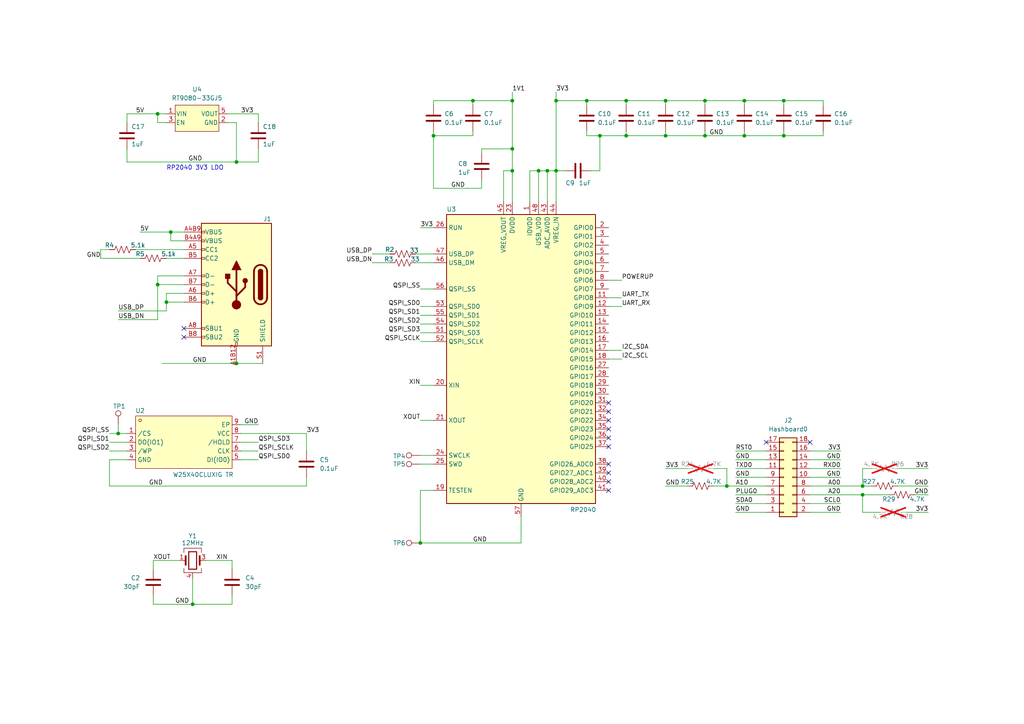
<source format=kicad_sch>
(kicad_sch (version 20231120) (generator "eeschema") (generator_version "8.0")
  (paper "A4")
  (lib_symbols
    (symbol "Connector:TestPoint" (pin_numbers hide) (pin_names (offset 0.762) hide)
      (property "Reference" "TP" (at 0 6.858 0))
      (property "Value" "TestPoint" (at 0 5.08 0))
      (symbol "TestPoint_0_1"
        (circle (center 0 3.302) (radius 0.762))
      )
      (symbol "TestPoint_1_1"
        (pin passive line (at 0 0 90) (length 2.54) (name "1") (number "1"))
      )
    )
    (symbol "Connector_Generic:Conn_02x09_Odd_Even" (pin_names (offset 1.016) hide)
      (property "Reference" "J" (at 1.27 12.7 0))
      (property "Value" "Conn_02x09_Odd_Even" (at 1.27 -12.7 0))
      (symbol "Conn_02x09_Odd_Even_1_1"
        (rectangle (start -1.27 -10.033) (end 0 -10.287) (stroke (width 0.1524)))
        (rectangle (start -1.27 -7.493) (end 0 -7.747) (stroke (width 0.1524)))
        (rectangle (start -1.27 -4.953) (end 0 -5.207) (stroke (width 0.1524)))
        (rectangle (start -1.27 -2.413) (end 0 -2.667) (stroke (width 0.1524)))
        (rectangle (start -1.27 0.127) (end 0 -0.127) (stroke (width 0.1524)))
        (rectangle (start -1.27 2.667) (end 0 2.413) (stroke (width 0.1524)))
        (rectangle (start -1.27 5.207) (end 0 4.953) (stroke (width 0.1524)))
        (rectangle (start -1.27 7.747) (end 0 7.493) (stroke (width 0.1524)))
        (rectangle (start -1.27 10.287) (end 0 10.033) (stroke (width 0.1524)))
        (rectangle (start -1.27 11.43) (end 3.81 -11.43) (stroke (width 0.254)) (fill (type background)))
        (rectangle (start 3.81 -10.033) (end 2.54 -10.287) (stroke (width 0.1524)))
        (rectangle (start 3.81 -7.493) (end 2.54 -7.747) (stroke (width 0.1524)))
        (rectangle (start 3.81 -4.953) (end 2.54 -5.207) (stroke (width 0.1524)))
        (rectangle (start 3.81 -2.413) (end 2.54 -2.667) (stroke (width 0.1524)))
        (rectangle (start 3.81 0.127) (end 2.54 -0.127) (stroke (width 0.1524)))
        (rectangle (start 3.81 2.667) (end 2.54 2.413) (stroke (width 0.1524)))
        (rectangle (start 3.81 5.207) (end 2.54 4.953) (stroke (width 0.1524)))
        (rectangle (start 3.81 7.747) (end 2.54 7.493) (stroke (width 0.1524)))
        (rectangle (start 3.81 10.287) (end 2.54 10.033) (stroke (width 0.1524)))
        (pin passive line (at -5.08 10.16 0) (length 3.81) (name "Pin_1") (number "1"))
        (pin passive line (at 7.62 0 180) (length 3.81) (name "Pin_10") (number "10"))
        (pin passive line (at -5.08 -2.54 0) (length 3.81) (name "Pin_11") (number "11"))
        (pin passive line (at 7.62 -2.54 180) (length 3.81) (name "Pin_12") (number "12"))
        (pin passive line (at -5.08 -5.08 0) (length 3.81) (name "Pin_13") (number "13"))
        (pin passive line (at 7.62 -5.08 180) (length 3.81) (name "Pin_14") (number "14"))
        (pin passive line (at -5.08 -7.62 0) (length 3.81) (name "Pin_15") (number "15"))
        (pin passive line (at 7.62 -7.62 180) (length 3.81) (name "Pin_16") (number "16"))
        (pin passive line (at -5.08 -10.16 0) (length 3.81) (name "Pin_17") (number "17"))
        (pin passive line (at 7.62 -10.16 180) (length 3.81) (name "Pin_18") (number "18"))
        (pin passive line (at 7.62 10.16 180) (length 3.81) (name "Pin_2") (number "2"))
        (pin passive line (at -5.08 7.62 0) (length 3.81) (name "Pin_3") (number "3"))
        (pin passive line (at 7.62 7.62 180) (length 3.81) (name "Pin_4") (number "4"))
        (pin passive line (at -5.08 5.08 0) (length 3.81) (name "Pin_5") (number "5"))
        (pin passive line (at 7.62 5.08 180) (length 3.81) (name "Pin_6") (number "6"))
        (pin passive line (at -5.08 2.54 0) (length 3.81) (name "Pin_7") (number "7"))
        (pin passive line (at 7.62 2.54 180) (length 3.81) (name "Pin_8") (number "8"))
        (pin passive line (at -5.08 0 0) (length 3.81) (name "Pin_9") (number "9"))
      )
    )
    (symbol "Device:C" (pin_numbers hide) (pin_names (offset 0.254))
      (property "Reference" "C" (at 0.635 2.54 0))
      (property "Value" "C" (at 0.635 -2.54 0))
      (symbol "C_0_1"
        (polyline (pts (xy -2.032 -0.762) (xy 2.032 -0.762)) (stroke (width 0.508)))
        (polyline (pts (xy -2.032 0.762) (xy 2.032 0.762)) (stroke (width 0.508)))
      )
      (symbol "C_1_1"
        (pin passive line (at 0 3.81 270) (length 2.794) (name "~") (number "1"))
        (pin passive line (at 0 -3.81 90) (length 2.794) (name "~") (number "2"))
      )
    )
    (symbol "Device:Crystal_GND24_common" (pin_names (offset 1.016) hide)
      (property "Reference" "Y" (at 3.175 5.08 0))
      (property "Value" "Crystal_GND24_common" (at 3.175 3.175 0))
      (symbol "Crystal_GND24_common_0_1"
        (rectangle (start -1.143 2.54) (end 1.143 -2.54) (stroke (width 0.3048)))
        (polyline (pts (xy -2.54 0) (xy -2.032 0)))
        (polyline (pts (xy -2.032 -1.27) (xy -2.032 1.27)) (stroke (width 0.508)))
        (polyline (pts (xy 0 -3.81) (xy 0 -3.556)))
        (polyline (pts (xy 2.032 -1.27) (xy 2.032 1.27)) (stroke (width 0.508)))
        (polyline (pts (xy 2.032 0) (xy 2.54 0)))
        (polyline (pts (xy -2.54 -2.286) (xy -2.54 -3.556) (xy 2.54 -3.556) (xy 2.54 -2.286)))
        (polyline (pts (xy -2.54 2.286) (xy -2.54 3.556) (xy 2.54 3.556) (xy 2.54 2.286)))
      )
      (symbol "Crystal_GND24_common_1_1"
        (pin passive line (at -3.81 0 0) (length 1.27) (name "1") (number "1"))
        (pin passive line (at 0 -5.08 90) (length 1.27) hide (name "2") (number "2"))
        (pin passive line (at 3.81 0 180) (length 1.27) (name "3") (number "3"))
        (pin passive line (at 0 -5.08 90) (length 1.27) (name "4") (number "4"))
      )
    )
    (symbol "Device:R_US" (pin_numbers hide) (pin_names (offset 0))
      (property "Reference" "R" (at 2.54 0 90))
      (property "Value" "R_US" (at -2.54 0 90))
      (symbol "R_US_0_1"
        (polyline (pts (xy 0 -2.286) (xy 0 -2.54)))
        (polyline (pts (xy 0 2.286) (xy 0 2.54)))
        (polyline (pts (xy 0 -0.762) (xy 1.016 -1.143) (xy 0 -1.524) (xy -1.016 -1.905) (xy 0 -2.286)))
        (polyline (pts (xy 0 0.762) (xy 1.016 0.381) (xy 0 0) (xy -1.016 -0.381) (xy 0 -0.762)))
        (polyline (pts (xy 0 2.286) (xy 1.016 1.905) (xy 0 1.524) (xy -1.016 1.143) (xy 0 0.762)))
      )
      (symbol "R_US_1_1"
        (pin passive line (at 0 3.81 270) (length 1.27) (name "~") (number "1"))
        (pin passive line (at 0 -3.81 90) (length 1.27) (name "~") (number "2"))
      )
    )
    (symbol "aditBoard:RP2040"
      (property "Reference" "U3" (at -21.59 43.434 0))
      (property "Value" "RP2040" (at 14.224 -43.688 0))
      (symbol "RP2040_0_1"
        (rectangle (start -21.59 41.91) (end 21.59 -41.91) (stroke (width 0.254)) (fill (type background)))
      )
      (symbol "RP2040_1_1"
        (pin power_in line (at 2.54 45.72 270) (length 3.81) (name "IOVDD") (number "1"))
        (pin passive line (at 2.54 45.72 270) (length 3.81) hide (name "IOVDD") (number "10"))
        (pin bidirectional line (at 25.4 17.78 180) (length 3.81) (name "GPIO8") (number "11"))
        (pin bidirectional line (at 25.4 15.24 180) (length 3.81) (name "GPIO9") (number "12"))
        (pin bidirectional line (at 25.4 12.7 180) (length 3.81) (name "GPIO10") (number "13"))
        (pin bidirectional line (at 25.4 10.16 180) (length 3.81) (name "GPIO11") (number "14"))
        (pin bidirectional line (at 25.4 7.62 180) (length 3.81) (name "GPIO12") (number "15"))
        (pin bidirectional line (at 25.4 5.08 180) (length 3.81) (name "GPIO13") (number "16"))
        (pin bidirectional line (at 25.4 2.54 180) (length 3.81) (name "GPIO14") (number "17"))
        (pin bidirectional line (at 25.4 0 180) (length 3.81) (name "GPIO15") (number "18"))
        (pin input line (at -25.4 -38.1 0) (length 3.81) (name "TESTEN") (number "19"))
        (pin bidirectional line (at 25.4 38.1 180) (length 3.81) (name "GPIO0") (number "2"))
        (pin input line (at -25.4 -7.62 0) (length 3.81) (name "XIN") (number "20"))
        (pin passive line (at -25.4 -17.78 0) (length 3.81) (name "XOUT") (number "21"))
        (pin passive line (at 2.54 45.72 270) (length 3.81) hide (name "IOVDD") (number "22"))
        (pin power_in line (at -2.54 45.72 270) (length 3.81) (name "DVDD") (number "23"))
        (pin output line (at -25.4 -27.94 0) (length 3.81) (name "SWCLK") (number "24"))
        (pin bidirectional line (at -25.4 -30.48 0) (length 3.81) (name "SWD") (number "25"))
        (pin input line (at -25.4 38.1 0) (length 3.81) (name "RUN") (number "26"))
        (pin bidirectional line (at 25.4 -2.54 180) (length 3.81) (name "GPIO16") (number "27"))
        (pin bidirectional line (at 25.4 -5.08 180) (length 3.81) (name "GPIO17") (number "28"))
        (pin bidirectional line (at 25.4 -7.62 180) (length 3.81) (name "GPIO18") (number "29"))
        (pin bidirectional line (at 25.4 35.56 180) (length 3.81) (name "GPIO1") (number "3"))
        (pin bidirectional line (at 25.4 -10.16 180) (length 3.81) (name "GPIO19") (number "30"))
        (pin bidirectional line (at 25.4 -12.7 180) (length 3.81) (name "GPIO20") (number "31"))
        (pin bidirectional line (at 25.4 -15.24 180) (length 3.81) (name "GPIO21") (number "32"))
        (pin passive line (at 2.54 45.72 270) (length 3.81) hide (name "IOVDD") (number "33"))
        (pin bidirectional line (at 25.4 -17.78 180) (length 3.81) (name "GPIO22") (number "34"))
        (pin bidirectional line (at 25.4 -20.32 180) (length 3.81) (name "GPIO23") (number "35"))
        (pin bidirectional line (at 25.4 -22.86 180) (length 3.81) (name "GPIO24") (number "36"))
        (pin bidirectional line (at 25.4 -25.4 180) (length 3.81) (name "GPIO25") (number "37"))
        (pin bidirectional line (at 25.4 -30.48 180) (length 3.81) (name "GPIO26_ADC0") (number "38"))
        (pin bidirectional line (at 25.4 -33.02 180) (length 3.81) (name "GPIO27_ADC1") (number "39"))
        (pin bidirectional line (at 25.4 33.02 180) (length 3.81) (name "GPIO2") (number "4"))
        (pin bidirectional line (at 25.4 -35.56 180) (length 3.81) (name "GPIO28_ADC2") (number "40"))
        (pin bidirectional line (at 25.4 -38.1 180) (length 3.81) (name "GPIO29_ADC3") (number "41"))
        (pin passive line (at 2.54 45.72 270) (length 3.81) hide (name "IOVDD") (number "42"))
        (pin power_in line (at 7.62 45.72 270) (length 3.81) (name "ADC_AVDD") (number "43"))
        (pin power_in line (at 10.16 45.72 270) (length 3.81) (name "VREG_IN") (number "44"))
        (pin power_out line (at -5.08 45.72 270) (length 3.81) (name "VREG_VOUT") (number "45"))
        (pin bidirectional line (at -25.4 27.94 0) (length 3.81) (name "USB_DM") (number "46"))
        (pin bidirectional line (at -25.4 30.48 0) (length 3.81) (name "USB_DP") (number "47"))
        (pin power_in line (at 5.08 45.72 270) (length 3.81) (name "USB_VDD") (number "48"))
        (pin passive line (at 2.54 45.72 270) (length 3.81) hide (name "IOVDD") (number "49"))
        (pin bidirectional line (at 25.4 30.48 180) (length 3.81) (name "GPIO3") (number "5"))
        (pin passive line (at -2.54 45.72 270) (length 3.81) hide (name "DVDD") (number "50"))
        (pin bidirectional line (at -25.4 7.62 0) (length 3.81) (name "QSPI_SD3") (number "51"))
        (pin output line (at -25.4 5.08 0) (length 3.81) (name "QSPI_SCLK") (number "52"))
        (pin bidirectional line (at -25.4 15.24 0) (length 3.81) (name "QSPI_SD0") (number "53"))
        (pin bidirectional line (at -25.4 10.16 0) (length 3.81) (name "QSPI_SD2") (number "54"))
        (pin bidirectional line (at -25.4 12.7 0) (length 3.81) (name "QSPI_SD1") (number "55"))
        (pin bidirectional line (at -25.4 20.32 0) (length 3.81) (name "QSPI_SS") (number "56"))
        (pin power_in line (at 0 -45.72 90) (length 3.81) (name "GND") (number "57"))
        (pin bidirectional line (at 25.4 27.94 180) (length 3.81) (name "GPIO4") (number "6"))
        (pin bidirectional line (at 25.4 25.4 180) (length 3.81) (name "GPIO5") (number "7"))
        (pin bidirectional line (at 25.4 22.86 180) (length 3.81) (name "GPIO6") (number "8"))
        (pin bidirectional line (at 25.4 20.32 180) (length 3.81) (name "GPIO7") (number "9"))
      )
    )
    (symbol "aditBoard:RT9080-33GJ5" (pin_names (offset 0.254))
      (property "Reference" "U4" (at 0 8.382 0))
      (property "Value" "RT9080-33GJ5" (at 0 5.842 0))
      (symbol "RT9080-33GJ5_1_1"
        (rectangle (start -6.35 3.81) (end 6.35 -3.81) (stroke (width 0.1524)) (fill (type background)))
        (pin power_in line (at -8.89 1.27 0) (length 2.54) (name "VIN") (number "1"))
        (pin power_in line (at 8.89 -1.27 180) (length 2.54) (name "GND") (number "2"))
        (pin input line (at -8.89 -1.27 0) (length 2.54) (name "EN") (number "3"))
        (pin no_connect line (at 0 6.35 270) (length 2.54) hide (name "NC") (number "4"))
        (pin output line (at 8.89 1.27 180) (length 2.54) (name "VOUT") (number "5"))
      )
    )
    (symbol "aditBoard:USB_C_Receptacle_USB2.0" (pin_names (offset 1.016))
      (property "Reference" "J1" (at -10.16 19.05 0))
      (symbol "USB_C_Receptacle_USB2.0_0_0"
        (rectangle (start -0.254 -17.78) (end 0.254 -16.764))
        (rectangle (start 9.144 15.494) (end 10.16 14.986))
        (rectangle (start 9.1694 12.9286) (end 10.1854 12.4206))
        (rectangle (start 10.16 -14.986) (end 9.144 -15.494))
        (rectangle (start 10.16 -12.446) (end 9.144 -12.954))
        (rectangle (start 10.16 -4.826) (end 9.144 -5.334))
        (rectangle (start 10.16 -2.286) (end 9.144 -2.794))
        (rectangle (start 10.16 0.254) (end 9.144 -0.254))
        (rectangle (start 10.16 2.794) (end 9.144 2.286))
        (rectangle (start 10.16 7.874) (end 9.144 7.366))
        (rectangle (start 10.16 10.414) (end 9.144 9.906))
      )
      (symbol "USB_C_Receptacle_USB2.0_0_1"
        (rectangle (start -10.16 17.78) (end 10.16 -17.78) (stroke (width 0.254)) (fill (type background)))
        (arc (start -8.89 -3.81) (mid -6.985 -5.7067) (end -5.08 -3.81) (stroke (width 0.508)))
        (arc (start -7.62 -3.81) (mid -6.985 -4.4423) (end -6.35 -3.81) (stroke (width 0.254)))
        (arc (start -7.62 -3.81) (mid -6.985 -4.4423) (end -6.35 -3.81) (stroke (width 0.254)) (fill (type outline)))
        (rectangle (start -7.62 -3.81) (end -6.35 3.81) (stroke (width 0.254)) (fill (type outline)))
        (arc (start -6.35 3.81) (mid -6.985 4.4423) (end -7.62 3.81) (stroke (width 0.254)))
        (arc (start -6.35 3.81) (mid -6.985 4.4423) (end -7.62 3.81) (stroke (width 0.254)) (fill (type outline)))
        (arc (start -5.08 3.81) (mid -6.985 5.7067) (end -8.89 3.81) (stroke (width 0.508)))
        (circle (center -2.54 1.143) (radius 0.635) (stroke (width 0.254)) (fill (type outline)))
        (circle (center 0 -5.842) (radius 1.27) (fill (type outline)))
        (polyline (pts (xy -8.89 -3.81) (xy -8.89 3.81)) (stroke (width 0.508)))
        (polyline (pts (xy -5.08 3.81) (xy -5.08 -3.81)) (stroke (width 0.508)))
        (polyline (pts (xy 0 -5.842) (xy 0 4.318)) (stroke (width 0.508)))
        (polyline (pts (xy 0 -3.302) (xy -2.54 -0.762) (xy -2.54 0.508)) (stroke (width 0.508)))
        (polyline (pts (xy 0 -2.032) (xy 2.54 0.508) (xy 2.54 1.778)) (stroke (width 0.508)))
        (polyline (pts (xy -1.27 4.318) (xy 0 6.858) (xy 1.27 4.318) (xy -1.27 4.318)) (stroke (width 0.254)) (fill (type outline)))
        (rectangle (start 1.905 1.778) (end 3.175 3.048) (stroke (width 0.254)) (fill (type outline)))
      )
      (symbol "USB_C_Receptacle_USB2.0_1_1"
        (pin passive line (at 0 -22.86 90) (length 5.08) (name "GND") (number "A1B12"))
        (pin passive line (at 15.24 15.24 180) (length 5.08) (name "VBUS") (number "A4B9"))
        (pin bidirectional line (at 15.24 10.16 180) (length 5.08) (name "CC1") (number "A5"))
        (pin bidirectional line (at 15.24 -2.54 180) (length 5.08) (name "D+") (number "A6"))
        (pin bidirectional line (at 15.24 2.54 180) (length 5.08) (name "D-") (number "A7"))
        (pin bidirectional line (at 15.24 -12.7 180) (length 5.08) (name "SBU1") (number "A8"))
        (pin passive line (at 0 -22.86 90) (length 5.08) hide (name "GND") (number "B1A12"))
        (pin passive line (at 15.24 12.7 180) (length 5.08) (name "VBUS") (number "B4A9"))
        (pin bidirectional line (at 15.24 7.62 180) (length 5.08) (name "CC2") (number "B5"))
        (pin bidirectional line (at 15.24 -5.08 180) (length 5.08) (name "D+") (number "B6"))
        (pin bidirectional line (at 15.24 0 180) (length 5.08) (name "D-") (number "B7"))
        (pin bidirectional line (at 15.24 -15.24 180) (length 5.08) (name "SBU2") (number "B8"))
        (pin passive line (at -7.62 -22.86 90) (length 5.08) (name "SHIELD") (number "S1"))
      )
    )
    (symbol "aditBoard:W25X40CLUXIGTR"
      (property "Reference" "U2" (at -12.7 10.414 0))
      (property "Value" "W25X40CLUXIG TR" (at 5.588 -8.128 0))
      (symbol "W25X40CLUXIGTR_0_1"
        (rectangle (start -13.97 8.89) (end 13.97 -6.35) (fill (type background)))
        (circle (center -12.7 7.62) (radius 0.38))
        (pin unspecified line (at -16.51 3.81 0) (length 2.54) (name "/CS") (number "1"))
        (pin unspecified line (at -16.51 1.27 0) (length 2.54) (name "DO(IO1)") (number "2"))
        (pin unspecified line (at -16.51 -1.27 0) (length 2.54) (name "/WP") (number "3"))
        (pin unspecified line (at -16.51 -3.81 0) (length 2.54) (name "GND") (number "4"))
        (pin unspecified line (at 16.51 -3.81 180) (length 2.54) (name "DI(IO0)") (number "5"))
        (pin unspecified line (at 16.51 -1.27 180) (length 2.54) (name "CLK") (number "6"))
        (pin unspecified line (at 16.51 1.27 180) (length 2.54) (name "/HOLD") (number "7"))
        (pin unspecified line (at 16.51 3.81 180) (length 2.54) (name "VCC") (number "8"))
        (pin unspecified line (at 16.51 6.35 180) (length 2.54) (name "EP") (number "9"))
      )
    )
  )
  (junction (at 68.58 105.41))
  (junction (at 204.47 29.21))
  (junction (at 210.82 140.97))
  (junction (at 227.33 29.21))
  (junction (at 137.16 29.21))
  (junction (at 158.75 49.53))
  (junction (at 204.47 39.37))
  (junction (at 49.53 67.31))
  (junction (at 250.19 140.97))
  (junction (at 45.72 33.02))
  (junction (at 227.33 39.37))
  (junction (at 161.29 49.53))
  (junction (at 156.21 49.53))
  (junction (at 55.88 175.26))
  (junction (at 215.9 29.21))
  (junction (at 34.29 125.73))
  (junction (at 181.61 39.37))
  (junction (at 125.73 39.37))
  (junction (at 121.92 157.48))
  (junction (at 215.9 39.37))
  (junction (at 193.04 39.37))
  (junction (at 250.19 143.51))
  (junction (at 148.59 43.18))
  (junction (at 161.29 29.21))
  (junction (at 148.59 49.53))
  (junction (at 45.72 82.55))
  (junction (at 173.99 39.37))
  (junction (at 181.61 29.21))
  (junction (at 148.59 29.21))
  (junction (at 170.18 29.21))
  (junction (at 193.04 29.21))
  (junction (at 68.58 46.99))
  (junction (at 48.26 87.63))
  (no_connect (at 176.53 116.84))
  (no_connect (at 176.53 119.38))
  (no_connect (at 222.25 128.27))
  (no_connect (at 53.34 97.79))
  (no_connect (at 176.53 129.54))
  (no_connect (at 176.53 121.92))
  (no_connect (at 234.95 128.27))
  (no_connect (at 176.53 142.24))
  (no_connect (at 176.53 134.62))
  (no_connect (at 176.53 127))
  (no_connect (at 176.53 139.7))
  (no_connect (at 176.53 124.46))
  (no_connect (at 53.34 95.25))
  (no_connect (at 176.53 137.16))
  (wire (pts (xy 48.26 35.56) (xy 45.72 35.56)))
  (wire (pts (xy 48.26 87.63) (xy 48.26 85.09)))
  (wire (pts (xy 158.75 49.53) (xy 161.29 49.53)))
  (wire (pts (xy 181.61 38.1) (xy 181.61 39.37)))
  (wire (pts (xy 252.73 135.89) (xy 250.19 135.89)))
  (wire (pts (xy 227.33 29.21) (xy 227.33 30.48)))
  (wire (pts (xy 171.45 49.53) (xy 173.99 49.53)))
  (wire (pts (xy 148.59 29.21) (xy 148.59 43.18)))
  (wire (pts (xy 250.19 140.97) (xy 252.73 140.97)))
  (wire (pts (xy 269.24 148.59) (xy 262.89 148.59)))
  (wire (pts (xy 181.61 39.37) (xy 193.04 39.37)))
  (wire (pts (xy 176.53 104.14) (xy 180.34 104.14)))
  (wire (pts (xy 44.45 172.72) (xy 44.45 175.26)))
  (wire (pts (xy 204.47 29.21) (xy 204.47 30.48)))
  (wire (pts (xy 39.37 72.39) (xy 53.34 72.39)))
  (wire (pts (xy 176.53 81.28) (xy 180.34 81.28)))
  (wire (pts (xy 250.19 135.89) (xy 250.19 140.97)))
  (wire (pts (xy 137.16 38.1) (xy 137.16 39.37)))
  (wire (pts (xy 170.18 29.21) (xy 181.61 29.21)))
  (wire (pts (xy 139.7 54.61) (xy 125.73 54.61)))
  (wire (pts (xy 29.21 72.39) (xy 31.75 72.39)))
  (wire (pts (xy 153.67 49.53) (xy 156.21 49.53)))
  (wire (pts (xy 176.53 101.6) (xy 180.34 101.6)))
  (wire (pts (xy 121.92 96.52) (xy 125.73 96.52)))
  (wire (pts (xy 250.19 143.51) (xy 257.81 143.51)))
  (wire (pts (xy 34.29 90.17) (xy 48.26 90.17)))
  (wire (pts (xy 121.92 91.44) (xy 125.73 91.44)))
  (wire (pts (xy 48.26 87.63) (xy 53.34 87.63)))
  (wire (pts (xy 137.16 29.21) (xy 137.16 30.48)))
  (wire (pts (xy 45.72 35.56) (xy 45.72 33.02)))
  (wire (pts (xy 234.95 140.97) (xy 250.19 140.97)))
  (wire (pts (xy 238.76 38.1) (xy 238.76 39.37)))
  (wire (pts (xy 234.95 133.35) (xy 243.84 133.35)))
  (wire (pts (xy 158.75 49.53) (xy 158.75 58.42)))
  (wire (pts (xy 156.21 49.53) (xy 158.75 49.53)))
  (wire (pts (xy 44.45 162.56) (xy 52.07 162.56)))
  (wire (pts (xy 204.47 29.21) (xy 215.9 29.21)))
  (wire (pts (xy 88.9 140.97) (xy 31.75 140.97)))
  (wire (pts (xy 139.7 43.18) (xy 148.59 43.18)))
  (wire (pts (xy 260.35 140.97) (xy 269.24 140.97)))
  (wire (pts (xy 48.26 90.17) (xy 48.26 87.63)))
  (wire (pts (xy 69.85 133.35) (xy 74.93 133.35)))
  (wire (pts (xy 121.92 111.76) (xy 125.73 111.76)))
  (wire (pts (xy 215.9 39.37) (xy 227.33 39.37)))
  (wire (pts (xy 121.92 88.9) (xy 125.73 88.9)))
  (wire (pts (xy 139.7 43.18) (xy 139.7 44.45)))
  (wire (pts (xy 69.85 130.81) (xy 74.93 130.81)))
  (wire (pts (xy 68.58 105.41) (xy 76.2 105.41)))
  (wire (pts (xy 193.04 140.97) (xy 199.39 140.97)))
  (wire (pts (xy 44.45 162.56) (xy 44.45 165.1)))
  (wire (pts (xy 44.45 175.26) (xy 55.88 175.26)))
  (wire (pts (xy 55.88 175.26) (xy 67.31 175.26)))
  (wire (pts (xy 148.59 49.53) (xy 146.05 49.53)))
  (wire (pts (xy 161.29 29.21) (xy 170.18 29.21)))
  (wire (pts (xy 204.47 39.37) (xy 215.9 39.37)))
  (wire (pts (xy 139.7 52.07) (xy 139.7 54.61)))
  (wire (pts (xy 121.92 93.98) (xy 125.73 93.98)))
  (wire (pts (xy 49.53 69.85) (xy 49.53 67.31)))
  (wire (pts (xy 31.75 140.97) (xy 31.75 133.35)))
  (wire (pts (xy 125.73 38.1) (xy 125.73 39.37)))
  (wire (pts (xy 213.36 148.59) (xy 222.25 148.59)))
  (wire (pts (xy 215.9 29.21) (xy 215.9 30.48)))
  (wire (pts (xy 148.59 43.18) (xy 148.59 49.53)))
  (wire (pts (xy 121.92 83.82) (xy 125.73 83.82)))
  (wire (pts (xy 193.04 29.21) (xy 193.04 30.48)))
  (wire (pts (xy 34.29 123.19) (xy 34.29 125.73)))
  (wire (pts (xy 173.99 39.37) (xy 173.99 49.53)))
  (wire (pts (xy 121.92 142.24) (xy 121.92 157.48)))
  (wire (pts (xy 234.95 130.81) (xy 243.84 130.81)))
  (wire (pts (xy 146.05 49.53) (xy 146.05 58.42)))
  (wire (pts (xy 213.36 135.89) (xy 222.25 135.89)))
  (wire (pts (xy 170.18 38.1) (xy 170.18 39.37)))
  (wire (pts (xy 67.31 165.1) (xy 67.31 162.56)))
  (wire (pts (xy 121.92 134.62) (xy 125.73 134.62)))
  (wire (pts (xy 234.95 143.51) (xy 250.19 143.51)))
  (wire (pts (xy 148.59 26.67) (xy 148.59 29.21)))
  (wire (pts (xy 181.61 29.21) (xy 193.04 29.21)))
  (wire (pts (xy 40.64 67.31) (xy 49.53 67.31)))
  (wire (pts (xy 238.76 29.21) (xy 238.76 30.48)))
  (wire (pts (xy 151.13 157.48) (xy 151.13 149.86)))
  (wire (pts (xy 49.53 67.31) (xy 53.34 67.31)))
  (wire (pts (xy 215.9 38.1) (xy 215.9 39.37)))
  (wire (pts (xy 120.65 73.66) (xy 125.73 73.66)))
  (wire (pts (xy 69.85 123.19) (xy 74.93 123.19)))
  (wire (pts (xy 31.75 130.81) (xy 36.83 130.81)))
  (wire (pts (xy 68.58 35.56) (xy 68.58 46.99)))
  (wire (pts (xy 234.95 138.43) (xy 243.84 138.43)))
  (wire (pts (xy 180.34 88.9) (xy 176.53 88.9)))
  (wire (pts (xy 48.26 85.09) (xy 53.34 85.09)))
  (wire (pts (xy 121.92 99.06) (xy 125.73 99.06)))
  (wire (pts (xy 68.58 46.99) (xy 36.83 46.99)))
  (wire (pts (xy 34.29 125.73) (xy 36.83 125.73)))
  (wire (pts (xy 210.82 135.89) (xy 210.82 140.97)))
  (wire (pts (xy 125.73 39.37) (xy 137.16 39.37)))
  (wire (pts (xy 215.9 29.21) (xy 227.33 29.21)))
  (wire (pts (xy 193.04 29.21) (xy 204.47 29.21)))
  (wire (pts (xy 88.9 125.73) (xy 88.9 130.81)))
  (wire (pts (xy 45.72 82.55) (xy 45.72 92.71)))
  (wire (pts (xy 173.99 39.37) (xy 181.61 39.37)))
  (wire (pts (xy 210.82 140.97) (xy 222.25 140.97)))
  (wire (pts (xy 207.01 135.89) (xy 210.82 135.89)))
  (wire (pts (xy 121.92 157.48) (xy 151.13 157.48)))
  (wire (pts (xy 227.33 39.37) (xy 238.76 39.37)))
  (wire (pts (xy 227.33 29.21) (xy 238.76 29.21)))
  (wire (pts (xy 181.61 29.21) (xy 181.61 30.48)))
  (wire (pts (xy 156.21 49.53) (xy 156.21 58.42)))
  (wire (pts (xy 31.75 128.27) (xy 36.83 128.27)))
  (wire (pts (xy 213.36 138.43) (xy 222.25 138.43)))
  (wire (pts (xy 170.18 29.21) (xy 170.18 30.48)))
  (wire (pts (xy 250.19 143.51) (xy 250.19 148.59)))
  (wire (pts (xy 36.83 33.02) (xy 36.83 35.56)))
  (wire (pts (xy 213.36 133.35) (xy 222.25 133.35)))
  (wire (pts (xy 207.01 140.97) (xy 210.82 140.97)))
  (wire (pts (xy 193.04 38.1) (xy 193.04 39.37)))
  (wire (pts (xy 161.29 49.53) (xy 163.83 49.53)))
  (wire (pts (xy 170.18 39.37) (xy 173.99 39.37)))
  (wire (pts (xy 193.04 39.37) (xy 204.47 39.37)))
  (wire (pts (xy 265.43 143.51) (xy 269.24 143.51)))
  (wire (pts (xy 120.65 76.2) (xy 125.73 76.2)))
  (wire (pts (xy 74.93 46.99) (xy 68.58 46.99)))
  (wire (pts (xy 34.29 92.71) (xy 45.72 92.71)))
  (wire (pts (xy 107.95 76.2) (xy 113.03 76.2)))
  (wire (pts (xy 121.92 132.08) (xy 125.73 132.08)))
  (wire (pts (xy 125.73 39.37) (xy 125.73 54.61)))
  (wire (pts (xy 121.92 66.04) (xy 125.73 66.04)))
  (wire (pts (xy 161.29 49.53) (xy 161.29 58.42)))
  (wire (pts (xy 161.29 26.67) (xy 161.29 29.21)))
  (wire (pts (xy 31.75 125.73) (xy 34.29 125.73)))
  (wire (pts (xy 125.73 29.21) (xy 137.16 29.21)))
  (wire (pts (xy 69.85 128.27) (xy 74.93 128.27)))
  (wire (pts (xy 53.34 69.85) (xy 49.53 69.85)))
  (wire (pts (xy 40.64 74.93) (xy 29.21 74.93)))
  (wire (pts (xy 45.72 82.55) (xy 53.34 82.55)))
  (wire (pts (xy 213.36 143.51) (xy 222.25 143.51)))
  (wire (pts (xy 227.33 38.1) (xy 227.33 39.37)))
  (wire (pts (xy 180.34 86.36) (xy 176.53 86.36)))
  (wire (pts (xy 213.36 130.81) (xy 222.25 130.81)))
  (wire (pts (xy 255.27 148.59) (xy 250.19 148.59)))
  (wire (pts (xy 260.35 135.89) (xy 269.24 135.89)))
  (wire (pts (xy 107.95 73.66) (xy 113.03 73.66)))
  (wire (pts (xy 121.92 121.92) (xy 125.73 121.92)))
  (wire (pts (xy 66.04 33.02) (xy 74.93 33.02)))
  (wire (pts (xy 69.85 125.73) (xy 88.9 125.73)))
  (wire (pts (xy 213.36 146.05) (xy 222.25 146.05)))
  (wire (pts (xy 45.72 80.01) (xy 45.72 82.55)))
  (wire (pts (xy 45.72 33.02) (xy 48.26 33.02)))
  (wire (pts (xy 59.69 162.56) (xy 67.31 162.56)))
  (wire (pts (xy 29.21 74.93) (xy 29.21 72.39)))
  (wire (pts (xy 153.67 58.42) (xy 153.67 49.53)))
  (wire (pts (xy 31.75 133.35) (xy 36.83 133.35)))
  (wire (pts (xy 55.88 167.64) (xy 55.88 175.26)))
  (wire (pts (xy 48.26 74.93) (xy 53.34 74.93)))
  (wire (pts (xy 125.73 29.21) (xy 125.73 30.48)))
  (wire (pts (xy 66.04 35.56) (xy 68.58 35.56)))
  (wire (pts (xy 36.83 33.02) (xy 45.72 33.02)))
  (wire (pts (xy 121.92 142.24) (xy 125.73 142.24)))
  (wire (pts (xy 53.34 80.01) (xy 45.72 80.01)))
  (wire (pts (xy 193.04 135.89) (xy 199.39 135.89)))
  (wire (pts (xy 74.93 43.18) (xy 74.93 46.99)))
  (wire (pts (xy 88.9 138.43) (xy 88.9 140.97)))
  (wire (pts (xy 67.31 172.72) (xy 67.31 175.26)))
  (wire (pts (xy 46.99 105.41) (xy 68.58 105.41)))
  (wire (pts (xy 148.59 49.53) (xy 148.59 58.42)))
  (wire (pts (xy 234.95 146.05) (xy 243.84 146.05)))
  (wire (pts (xy 36.83 46.99) (xy 36.83 43.18)))
  (wire (pts (xy 204.47 38.1) (xy 204.47 39.37)))
  (wire (pts (xy 234.95 148.59) (xy 243.84 148.59)))
  (wire (pts (xy 161.29 29.21) (xy 161.29 49.53)))
  (wire (pts (xy 137.16 29.21) (xy 148.59 29.21)))
  (wire (pts (xy 234.95 135.89) (xy 243.84 135.89)))
  (wire (pts (xy 74.93 33.02) (xy 74.93 35.56)))
  (text "RP2040 3V3 LDO" (at 48.26 49.53 0) (effects (font (size 1.27 1.27)) (justify left bottom)))
  (label "5V" (at 40.64 67.31 0))
  (label "GND" (at 213.36 138.43 0))
  (label "USB_DN" (at 107.95 76.2 180))
  (label "GND" (at 213.36 148.59 0))
  (label "GND" (at 55.88 105.41 0))
  (label "XOUT" (at 44.45 162.56 0))
  (label "GND" (at 213.36 133.35 0))
  (label "RXD0" (at 243.84 135.89 180))
  (label "1V1" (at 148.59 26.67 0))
  (label "QSPI_SD3" (at 121.92 96.52 180))
  (label "QSPI_SD2" (at 31.75 130.81 180))
  (label "SCL0" (at 243.84 146.05 180))
  (label "QSPI_SD0" (at 74.93 133.35 0))
  (label "QSPI_SD1" (at 31.75 128.27 180))
  (label "XIN" (at 66.04 162.56 180))
  (label "QSPI_SD3" (at 74.93 128.27 0))
  (label "3V3" (at 243.84 130.81 180))
  (label "3V3" (at 269.24 135.89 180))
  (label "3V3" (at 193.04 135.89 0))
  (label "A10" (at 213.36 140.97 0))
  (label "QSPI_SD1" (at 121.92 91.44 180))
  (label "A20" (at 243.84 143.51 180))
  (label "GND" (at 54.61 46.99 0))
  (label "GND" (at 50.8 175.26 0))
  (label "5V" (at 39.37 33.02 0))
  (label "GND" (at 243.84 133.35 180))
  (label "XIN" (at 121.92 111.76 180))
  (label "GND" (at 130.81 54.61 0))
  (label "QSPI_SCLK" (at 74.93 130.81 0))
  (label "3V3" (at 121.92 66.04 0))
  (label "RST0" (at 213.36 130.81 0))
  (label "SDA0" (at 213.36 146.05 0))
  (label "USB_DN" (at 34.29 92.71 0))
  (label "QSPI_SS" (at 31.75 125.73 180))
  (label "3V3" (at 269.24 148.59 180))
  (label "UART_TX" (at 180.34 86.36 0))
  (label "3V3" (at 161.29 26.67 0))
  (label "GND" (at 43.18 140.97 0))
  (label "GND" (at 269.24 143.51 180))
  (label "GND" (at 193.04 140.97 0))
  (label "USB_DP" (at 107.95 73.66 180))
  (label "POWERUP" (at 180.34 81.28 0))
  (label "QSPI_SD0" (at 121.92 88.9 180))
  (label "TXD0" (at 213.36 135.89 0))
  (label "A00" (at 243.84 140.97 180))
  (label "QSPI_SD2" (at 121.92 93.98 180))
  (label "I2C_SCL" (at 180.34 104.14 0))
  (label "GND" (at 74.93 123.19 180))
  (label "I2C_SDA" (at 180.34 101.6 0))
  (label "UART_RX" (at 180.34 88.9 0))
  (label "GND" (at 205.74 39.37 0))
  (label "GND" (at 269.24 140.97 180))
  (label "USB_DP" (at 34.29 90.17 0))
  (label "XOUT" (at 121.92 121.92 180))
  (label "GND" (at 137.16 157.48 0))
  (label "GND" (at 243.84 148.59 180))
  (label "3V3" (at 88.9 125.73 0))
  (label "GND" (at 29.21 74.93 180))
  (label "GND" (at 243.84 138.43 180))
  (label "PLUG0" (at 213.36 143.51 0))
  (label "QSPI_SS" (at 121.92 83.82 180))
  (label "3V3" (at 69.85 33.02 0))
  (label "QSPI_SCLK" (at 121.92 99.06 180))
  (symbol (lib_id "aditBoard:RT9080-33GJ5") (at 57.15 34.29 0) (unit 1)
    (property "Reference" "U4" (at 57.15 25.908 0))
    (property "Value" "RT9080-33GJ5" (at 57.15 28.448 0))
    (property "Footprint" "aditBoard:RT9080-33GJ5" (effects (hide yes)))
    (property "Datasheet" "https://www.richtek.com/assets/product_file/RT9080/DS9080-05.pdf" (effects (hide yes)))
    (property "DK" "1028-1509-1-ND" (effects (hide yes)))
    (property "PARTNO" "RT9080-33GJ5" (effects (hide yes)))
  )
  (symbol (lib_id "aditBoard:RP2040") (at 151.13 104.14 0) (unit 1)
    (property "Reference" "U3" (at 129.54 60.706 0) (effects (justify left)))
    (property "Value" "RP2040" (at 165.354 147.828 0) (effects (justify left)))
    (property "Footprint" "Package_DFN_QFN:QFN-56-1EP_7x7mm_P0.4mm_EP3.2x3.2mm" (effects (hide yes)))
    (property "Datasheet" "https://datasheets.raspberrypi.com/rp2040/rp2040-datasheet.pdf" (effects (hide yes)))
  )
  (symbol (lib_id "Device:C") (at 181.61 34.29 180) (unit 1)
    (property "Reference" "C11" (at 184.785 33.0199 0) (effects (justify right)))
    (property "Value" "0.1uF" (at 184.785 35.5599 0) (effects (justify right)))
    (property "Footprint" "Capacitor_SMD:C_0402_1005Metric" (effects (hide yes)))
    (property "Datasheet" "https://lcsc.com/product-detail/Others_Samsung-Electro-Mechanics_CL05B104KB54PNC_Samsung-Electro-Mechanics-CL05B104KB54PNC_C307331.html" (effects (hide yes)))
    (property "Manufacturer" "SAMSUNG(三星)" (effects (hide yes)))
    (property "LCSC Part" "C307331" (effects (hide yes)))
    (property "JLC Part" "Basic Part" (effects (hide yes)))
    (property "PARTNO" "CL05B104KB54PNC" (effects (hide yes)))
  )
  (symbol (lib_id "Device:C") (at 139.7 48.26 180) (unit 1)
    (property "Reference" "C8" (at 132.842 47.498 0) (effects (justify right)))
    (property "Value" "1uF" (at 132.842 50.038 0) (effects (justify right)))
    (property "Footprint" "Capacitor_SMD:C_0402_1005Metric" (effects (hide yes)))
    (property "Datasheet" "https://lcsc.com/product-detail/Multilayer-Ceramic-Capacitors-MLCC-SMD-SMT_SAMSUNG_CL05A105KA5NQNC_1uF-105-10-25V_C52923.html" (effects (hide yes)))
    (property "Manufacturer" "SAMSUNG(三星)" (effects (hide yes)))
    (property "LCSC Part" "C52923" (effects (hide yes)))
    (property "JLC Part" "Basic Part" (effects (hide yes)))
    (property "PARTNO" "CL05A105KA5NQNC" (effects (hide yes)))
  )
  (symbol (lib_id "Device:C") (at 88.9 134.62 180) (unit 1)
    (property "Reference" "C5" (at 92.71 133.3499 0) (effects (justify right)))
    (property "Value" "0.1uF" (at 92.71 135.8899 0) (effects (justify right)))
    (property "Footprint" "Capacitor_SMD:C_0402_1005Metric" (effects (hide yes)))
    (property "Datasheet" "https://lcsc.com/product-detail/Others_Samsung-Electro-Mechanics_CL05B104KB54PNC_Samsung-Electro-Mechanics-CL05B104KB54PNC_C307331.html" (effects (hide yes)))
    (property "Manufacturer" "SAMSUNG(三星)" (effects (hide yes)))
    (property "LCSC Part" "C307331" (effects (hide yes)))
    (property "JLC Part" "Basic Part" (effects (hide yes)))
    (property "PARTNO" "CL05B104KB54PNC" (effects (hide yes)))
  )
  (symbol (lib_id "Device:C") (at 44.45 168.91 0) (mirror x) (unit 1)
    (property "Reference" "C2" (at 40.64 167.6399 0) (effects (justify right)))
    (property "Value" "30pF" (at 40.64 170.1799 0) (effects (justify right)))
    (property "Footprint" "Capacitor_SMD:C_0402_1005Metric" (effects (hide yes)))
    (property "Datasheet" "https://lcsc.com/product-detail/Multilayer-Ceramic-Capacitors-MLCC-SMD-SMT_30pF-300-5-50V_C1570.html" (effects (hide yes)))
    (property "Manufacturer" "FH(风华)" (effects (hide yes)))
    (property "LCSC Part" "C1570" (effects (hide yes)))
    (property "JLC Part" "Basic Part" (effects (hide yes)))
    (property "PARTNO" "0402CG300J500NT" (effects (hide yes)))
  )
  (symbol (lib_id "Device:R_US") (at 256.54 140.97 90) (unit 1)
    (property "Reference" "R27" (at 252.095 139.7 90))
    (property "Value" "4.7K" (at 260.35 139.7 90))
    (property "Footprint" "Resistor_SMD:R_0805_2012Metric" (effects (hide yes)))
    (property "DK" "311-4.70KCRCT-ND" (effects (hide yes)))
    (property "PARTNO" "RC0805FR-074K7L" (effects (hide yes)))
  )
  (symbol (lib_id "Connector:TestPoint") (at 121.92 134.62 90) (unit 1)
    (property "Reference" "TP5" (at 115.824 134.62 90))
    (property "Value" "TestPoint" (effects (hide yes)))
    (property "Footprint" "TestPoint:TestPoint_Pad_D1.0mm" (effects (hide yes)))
  )
  (symbol (lib_id "Device:C") (at 170.18 34.29 180) (unit 1)
    (property "Reference" "C10" (at 173.355 33.0199 0) (effects (justify right)))
    (property "Value" "0.1uF" (at 173.355 35.5599 0) (effects (justify right)))
    (property "Footprint" "Capacitor_SMD:C_0402_1005Metric" (effects (hide yes)))
    (property "Datasheet" "https://lcsc.com/product-detail/Others_Samsung-Electro-Mechanics_CL05B104KB54PNC_Samsung-Electro-Mechanics-CL05B104KB54PNC_C307331.html" (effects (hide yes)))
    (property "Manufacturer" "SAMSUNG(三星)" (effects (hide yes)))
    (property "LCSC Part" "C307331" (effects (hide yes)))
    (property "JLC Part" "Basic Part" (effects (hide yes)))
    (property "PARTNO" "CL05B104KB54PNC" (effects (hide yes)))
  )
  (symbol (lib_id "Device:C") (at 238.76 34.29 180) (unit 1)
    (property "Reference" "C16" (at 241.935 33.0199 0) (effects (justify right)))
    (property "Value" "0.1uF" (at 241.935 35.5599 0) (effects (justify right)))
    (property "Footprint" "Capacitor_SMD:C_0402_1005Metric" (effects (hide yes)))
    (property "Datasheet" "https://lcsc.com/product-detail/Others_Samsung-Electro-Mechanics_CL05B104KB54PNC_Samsung-Electro-Mechanics-CL05B104KB54PNC_C307331.html" (effects (hide yes)))
    (property "Manufacturer" "SAMSUNG(三星)" (effects (hide yes)))
    (property "LCSC Part" "C307331" (effects (hide yes)))
    (property "JLC Part" "Basic Part" (effects (hide yes)))
    (property "PARTNO" "CL05B104KB54PNC" (effects (hide yes)))
  )
  (symbol (lib_id "Connector:TestPoint") (at 121.92 157.48 90) (unit 1)
    (property "Reference" "TP6" (at 115.824 157.48 90))
    (property "Value" "TestPoint" (effects (hide yes)))
    (property "Footprint" "TestPoint:TestPoint_Pad_D1.0mm" (effects (hide yes)))
  )
  (symbol (lib_id "Device:R_US") (at 35.56 72.39 90) (unit 1)
    (property "Reference" "R4" (at 31.75 71.12 90))
    (property "Value" "5.1k" (at 40.005 71.12 90))
    (property "Footprint" "Resistor_SMD:R_0402_1005Metric" (effects (hide yes)))
    (property "DK" "RMCF0402JT5K10CT-ND" (effects (hide yes)))
    (property "PARTNO" "RMCF0402JT5K10" (effects (hide yes)))
  )
  (symbol (lib_id "Device:C") (at 74.93 39.37 0) (unit 1)
    (property "Reference" "C18" (at 76.2 37.465 0) (effects (justify left bottom)))
    (property "Value" "1uF" (at 76.2 42.545 0) (effects (justify left bottom)))
    (property "Footprint" "Capacitor_SMD:C_0402_1005Metric" (effects (hide yes)))
    (property "DK" "587-5514-1-ND" (effects (hide yes)))
    (property "PARTNO" "EMK105BJ105MV-F" (effects (hide yes)))
  )
  (symbol (lib_id "Connector:TestPoint") (at 121.92 132.08 90) (unit 1)
    (property "Reference" "TP4" (at 115.824 132.334 90))
    (property "Value" "TestPoint" (effects (hide yes)))
    (property "Footprint" "TestPoint:TestPoint_Pad_D1.0mm" (effects (hide yes)))
  )
  (symbol (lib_id "Device:C") (at 67.31 168.91 180) (unit 1)
    (property "Reference" "C4" (at 71.12 167.6399 0) (effects (justify right)))
    (property "Value" "30pF" (at 71.12 170.1799 0) (effects (justify right)))
    (property "Footprint" "Capacitor_SMD:C_0402_1005Metric" (effects (hide yes)))
    (property "Datasheet" "https://lcsc.com/product-detail/Multilayer-Ceramic-Capacitors-MLCC-SMD-SMT_30pF-300-5-50V_C1570.html" (effects (hide yes)))
    (property "Manufacturer" "FH(风华)" (effects (hide yes)))
    (property "LCSC Part" "C1570" (effects (hide yes)))
    (property "JLC Part" "Basic Part" (effects (hide yes)))
    (property "PARTNO" "0402CG300J500NT" (effects (hide yes)))
  )
  (symbol (lib_id "Device:C") (at 36.83 39.37 0) (unit 1)
    (property "Reference" "C17" (at 38.1 37.465 0) (effects (justify left bottom)))
    (property "Value" "1uF" (at 38.1 42.545 0) (effects (justify left bottom)))
    (property "Footprint" "Capacitor_SMD:C_0402_1005Metric" (effects (hide yes)))
    (property "DK" "587-5514-1-ND" (effects (hide yes)))
    (property "PARTNO" "EMK105BJ105MV-F" (effects (hide yes)))
  )
  (symbol (lib_id "Device:C") (at 167.64 49.53 90) (unit 1)
    (property "Reference" "C9" (at 165.354 53.086 90))
    (property "Value" "1uF" (at 169.672 53.086 90))
    (property "Footprint" "Capacitor_SMD:C_0402_1005Metric" (effects (hide yes)))
    (property "Datasheet" "https://lcsc.com/product-detail/Multilayer-Ceramic-Capacitors-MLCC-SMD-SMT_SAMSUNG_CL05A105KA5NQNC_1uF-105-10-25V_C52923.html" (effects (hide yes)))
    (property "Manufacturer" "SAMSUNG(三星)" (effects (hide yes)))
    (property "LCSC Part" "C52923" (effects (hide yes)))
    (property "JLC Part" "Basic Part" (effects (hide yes)))
    (property "PARTNO" "CL05A105KA5NQNC" (effects (hide yes)))
  )
  (symbol (lib_id "Device:R_US") (at 261.62 143.51 90) (unit 1)
    (property "Reference" "R29" (at 257.81 144.78 90))
    (property "Value" "4.7K" (at 266.065 144.78 90))
    (property "Footprint" "Resistor_SMD:R_0805_2012Metric" (effects (hide yes)))
    (property "DK" "311-4.70KCRCT-ND" (effects (hide yes)))
    (property "PARTNO" "RC0805FR-074K7L" (effects (hide yes)))
  )
  (symbol (lib_id "Device:R_US") (at 44.45 74.93 90) (unit 1)
    (property "Reference" "R5" (at 40.64 73.66 90))
    (property "Value" "5.1k" (at 48.895 73.66 90))
    (property "Footprint" "Resistor_SMD:R_0402_1005Metric" (effects (hide yes)))
    (property "DK" "RMCF0402JT5K10CT-ND" (effects (hide yes)))
    (property "PARTNO" "RMCF0402JT5K10" (effects (hide yes)))
  )
  (symbol (lib_id "Device:Crystal_GND24_common") (at 55.88 162.56 0) (unit 1)
    (property "Reference" "Y1" (at 55.88 155.448 0))
    (property "Value" "12MHz" (at 55.88 157.48 0))
    (property "Footprint" "aditBoard:OSC-SMD_4P-L3.2-W2.5-BL" (effects (hide yes)))
    (property "Description" "Four pin crystal, GND on pins 2 and 4" (effects (hide yes)))
    (property "PARTNO" "X322512MSB4SI" (effects (hide yes)))
    (property "LCSC Part" "C9002" (effects (hide yes)))
  )
  (symbol (lib_id "Device:C") (at 193.04 34.29 180) (unit 1)
    (property "Reference" "C12" (at 196.215 33.0199 0) (effects (justify right)))
    (property "Value" "0.1uF" (at 196.215 35.5599 0) (effects (justify right)))
    (property "Footprint" "Capacitor_SMD:C_0402_1005Metric" (effects (hide yes)))
    (property "Datasheet" "https://lcsc.com/product-detail/Others_Samsung-Electro-Mechanics_CL05B104KB54PNC_Samsung-Electro-Mechanics-CL05B104KB54PNC_C307331.html" (effects (hide yes)))
    (property "Manufacturer" "SAMSUNG(三星)" (effects (hide yes)))
    (property "LCSC Part" "C307331" (effects (hide yes)))
    (property "JLC Part" "Basic Part" (effects (hide yes)))
    (property "PARTNO" "CL05B104KB54PNC" (effects (hide yes)))
  )
  (symbol (lib_id "Device:R_US") (at 116.84 76.2 90) (unit 1)
    (property "Reference" "R3" (at 112.776 75.184 90))
    (property "Value" "33" (at 120.396 75.184 90))
    (property "Footprint" "Resistor_SMD:R_0402_1005Metric" (effects (hide yes)))
    (property "Datasheet" "https://lcsc.com/product-detail/Chip-Resistor-Surface-Mount-UniOhm_33R-33R0-1_C25105.html" (effects (hide yes)))
    (property "Manufacturer" "UNI-ROYAL(厚声)" (effects (hide yes)))
    (property "LCSC Part" "C25105" (effects (hide yes)))
    (property "JLC Part" "Basic Part" (effects (hide yes)))
    (property "PARTNO" "0402WGF330JTCE" (effects (hide yes)))
  )
  (symbol (lib_id "aditBoard:W25X40CLUXIGTR") (at 53.34 129.54 0) (unit 1)
    (property "Reference" "U2" (at 40.64 119.126 0))
    (property "Value" "W25X40CLUXIG TR" (at 58.928 137.668 0))
    (property "Footprint" "aditBoard:USON8_L2.0-W3.0-P0.50-BL-EP" (effects (hide yes)))
    (property "Datasheet" "https://lcsc.com/product-detail/FLASH_Winbond-Elec-W25X40CLUXIG-TR_C401661.html" (effects (hide yes)))
    (property "Manufacturer" "WINBOND(华邦)" (effects (hide yes)))
    (property "LCSC Part" "C401661" (effects (hide yes)))
    (property "JLC Part" "Extended Part" (effects (hide yes)))
  )
  (symbol (lib_id "Device:R_US") (at 116.84 73.66 90) (unit 1)
    (property "Reference" "R2" (at 113.03 72.39 90))
    (property "Value" "33" (at 120.142 72.644 90))
    (property "Footprint" "Resistor_SMD:R_0402_1005Metric" (effects (hide yes)))
    (property "Datasheet" "https://lcsc.com/product-detail/Chip-Resistor-Surface-Mount-UniOhm_33R-33R0-1_C25105.html" (effects (hide yes)))
    (property "Manufacturer" "UNI-ROYAL(厚声)" (effects (hide yes)))
    (property "LCSC Part" "C25105" (effects (hide yes)))
    (property "JLC Part" "Basic Part" (effects (hide yes)))
    (property "PARTNO" "0402WGF330JTCE" (effects (hide yes)))
  )
  (symbol (lib_id "Device:C") (at 137.16 34.29 180) (unit 1)
    (property "Reference" "C7" (at 140.335 33.0199 0) (effects (justify right)))
    (property "Value" "0.1uF" (at 140.335 35.5599 0) (effects (justify right)))
    (property "Footprint" "Capacitor_SMD:C_0402_1005Metric" (effects (hide yes)))
    (property "Datasheet" "https://lcsc.com/product-detail/Others_Samsung-Electro-Mechanics_CL05B104KB54PNC_Samsung-Electro-Mechanics-CL05B104KB54PNC_C307331.html" (effects (hide yes)))
    (property "Manufacturer" "SAMSUNG(三星)" (effects (hide yes)))
    (property "LCSC Part" "C307331" (effects (hide yes)))
    (property "JLC Part" "Basic Part" (effects (hide yes)))
    (property "PARTNO" "CL05B104KB54PNC" (effects (hide yes)))
  )
  (symbol (lib_id "Device:C") (at 125.73 34.29 180) (unit 1)
    (property "Reference" "C6" (at 128.905 33.0199 0) (effects (justify right)))
    (property "Value" "0.1uF" (at 128.905 35.5599 0) (effects (justify right)))
    (property "Footprint" "Capacitor_SMD:C_0402_1005Metric" (effects (hide yes)))
    (property "Datasheet" "https://lcsc.com/product-detail/Others_Samsung-Electro-Mechanics_CL05B104KB54PNC_Samsung-Electro-Mechanics-CL05B104KB54PNC_C307331.html" (effects (hide yes)))
    (property "Manufacturer" "SAMSUNG(三星)" (effects (hide yes)))
    (property "LCSC Part" "C307331" (effects (hide yes)))
    (property "JLC Part" "Basic Part" (effects (hide yes)))
    (property "PARTNO" "CL05B104KB54PNC" (effects (hide yes)))
  )
  (symbol (lib_id "Device:R_US") (at 203.2 140.97 90) (unit 1)
    (property "Reference" "R25" (at 199.39 139.7 90))
    (property "Value" "4.7K" (at 207.01 139.7 90))
    (property "Footprint" "Resistor_SMD:R_0805_2012Metric" (effects (hide yes)))
    (property "DK" "311-4.70KCRCT-ND" (effects (hide yes)))
    (property "PARTNO" "RC0805FR-074K7L" (effects (hide yes)))
  )
  (symbol (lib_id "Connector:TestPoint") (at 34.29 123.19 0) (unit 1)
    (property "Reference" "TP1" (at 32.766 117.856 0) (effects (justify left)))
    (property "Value" "TestPoint" (effects (hide yes)))
    (property "Footprint" "TestPoint:TestPoint_Pad_D1.0mm" (effects (hide yes)))
  )
  (symbol (lib_id "Device:R_US") (at 256.54 135.89 270) (mirror x) (unit 1) (dnp yes)
    (property "Reference" "R26" (at 260.35 134.62 90))
    (property "Value" "4.7K" (at 252.73 134.62 90))
    (property "Footprint" "Resistor_SMD:R_0805_2012Metric" (effects (hide yes)))
    (property "DK" "311-4.70KCRCT-ND" (effects (hide yes)))
    (property "PARTNO" "RC0805FR-074K7L" (effects (hide yes)))
  )
  (symbol (lib_id "Device:R_US") (at 203.2 135.89 90) (unit 1) (dnp yes)
    (property "Reference" "R24" (at 199.39 134.62 90))
    (property "Value" "4.7K" (at 207.01 134.62 90))
    (property "Footprint" "Resistor_SMD:R_0805_2012Metric" (effects (hide yes)))
    (property "DK" "311-4.70KCRCT-ND" (effects (hide yes)))
    (property "PARTNO" "RC0805FR-074K7L" (effects (hide yes)))
  )
  (symbol (lib_id "Device:C") (at 227.33 34.29 180) (unit 1)
    (property "Reference" "C15" (at 230.505 33.0199 0) (effects (justify right)))
    (property "Value" "0.1uF" (at 230.505 35.5599 0) (effects (justify right)))
    (property "Footprint" "Capacitor_SMD:C_0402_1005Metric" (effects (hide yes)))
    (property "Datasheet" "https://lcsc.com/product-detail/Others_Samsung-Electro-Mechanics_CL05B104KB54PNC_Samsung-Electro-Mechanics-CL05B104KB54PNC_C307331.html" (effects (hide yes)))
    (property "Manufacturer" "SAMSUNG(三星)" (effects (hide yes)))
    (property "LCSC Part" "C307331" (effects (hide yes)))
    (property "JLC Part" "Basic Part" (effects (hide yes)))
    (property "PARTNO" "CL05B104KB54PNC" (effects (hide yes)))
  )
  (symbol (lib_id "Device:R_US") (at 259.08 148.59 270) (unit 1) (dnp yes)
    (property "Reference" "R28" (at 262.89 149.86 90))
    (property "Value" "4.7K" (at 255.27 149.86 90))
    (property "Footprint" "Resistor_SMD:R_0805_2012Metric" (effects (hide yes)))
    (property "DK" "311-4.70KCRCT-ND" (effects (hide yes)))
    (property "PARTNO" "RC0805FR-074K7L" (effects (hide yes)))
  )
  (symbol (lib_id "Connector_Generic:Conn_02x09_Odd_Even") (at 227.33 138.43 0) (mirror x) (unit 1)
    (property "Reference" "J2" (at 228.6 121.92 0))
    (property "Value" "Hashboard0" (at 228.6 124.46 0))
    (property "Footprint" "Connector_PinHeader_2.00mm:PinHeader_2x09_P2.00mm_Horizontal" (effects (hide yes)))
    (property "Datasheet" "https://www.lcsc.com/datasheet/lcsc_datasheet_2312162216_HCTL-PM200-2-09-W-4-3_C3012192.pdf" (effects (hide yes)))
    (property "LCSC" "C3012192" (effects (hide yes)))
    (property "PARTNO" "PM200-2-09-W-4.3" (effects (hide yes)))
  )
  (symbol (lib_id "Device:C") (at 204.47 34.29 180) (unit 1)
    (property "Reference" "C13" (at 207.645 33.0199 0) (effects (justify right)))
    (property "Value" "0.1uF" (at 207.645 35.5599 0) (effects (justify right)))
    (property "Footprint" "Capacitor_SMD:C_0402_1005Metric" (effects (hide yes)))
    (property "Datasheet" "https://lcsc.com/product-detail/Others_Samsung-Electro-Mechanics_CL05B104KB54PNC_Samsung-Electro-Mechanics-CL05B104KB54PNC_C307331.html" (effects (hide yes)))
    (property "Manufacturer" "SAMSUNG(三星)" (effects (hide yes)))
    (property "LCSC Part" "C307331" (effects (hide yes)))
    (property "JLC Part" "Basic Part" (effects (hide yes)))
    (property "PARTNO" "CL05B104KB54PNC" (effects (hide yes)))
  )
  (symbol (lib_id "aditBoard:USB_C_Receptacle_USB2.0") (at 68.58 82.55 0) (mirror y) (unit 1)
    (property "Reference" "J1" (at 78.74 63.5 0) (effects (justify left)))
    (property "Value" "USB_C_Receptacle_USB2.0" (effects (hide yes)))
    (property "Footprint" "aditBoard:USB_C_Receptacle_GCT_USB4105-xx-A_16P_TopMnt_Horizontal" (effects (hide yes)))
    (property "Datasheet" "https://www.usb.org/sites/default/files/documents/usb_type-c.zip" (effects (hide yes)))
    (property "DK" "2073-USB4105-GF-ACT-ND" (effects (hide yes)))
    (property "PARTNO" "USB4105-GF-A" (effects (hide yes)))
  )
  (symbol (lib_id "Device:C") (at 215.9 34.29 180) (unit 1)
    (property "Reference" "C14" (at 219.075 33.0199 0) (effects (justify right)))
    (property "Value" "0.1uF" (at 219.075 35.5599 0) (effects (justify right)))
    (property "Footprint" "Capacitor_SMD:C_0402_1005Metric" (effects (hide yes)))
    (property "Datasheet" "https://lcsc.com/product-detail/Others_Samsung-Electro-Mechanics_CL05B104KB54PNC_Samsung-Electro-Mechanics-CL05B104KB54PNC_C307331.html" (effects (hide yes)))
    (property "Manufacturer" "SAMSUNG(三星)" (effects (hide yes)))
    (property "LCSC Part" "C307331" (effects (hide yes)))
    (property "JLC Part" "Basic Part" (effects (hide yes)))
    (property "PARTNO" "CL05B104KB54PNC" (effects (hide yes)))
  )
)
</source>
